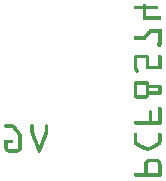
<source format=gbo>
G04 MADE WITH FRITZING*
G04 WWW.FRITZING.ORG*
G04 SINGLE SIDED*
G04 HOLES NOT PLATED*
G04 CONTOUR ON CENTER OF CONTOUR VECTOR*
%ASAXBY*%
%FSLAX23Y23*%
%MOIN*%
%OFA0B0*%
%SFA1.0B1.0*%
%ADD10R,0.001000X0.001000*%
%LNSILK0*%
G90*
G70*
G54D10*
X687Y705D02*
X691Y705D01*
X686Y704D02*
X692Y704D01*
X685Y703D02*
X693Y703D01*
X684Y702D02*
X694Y702D01*
X684Y701D02*
X694Y701D01*
X684Y700D02*
X695Y700D01*
X657Y699D02*
X732Y699D01*
X655Y698D02*
X733Y698D01*
X654Y697D02*
X734Y697D01*
X654Y696D02*
X735Y696D01*
X653Y695D02*
X735Y695D01*
X653Y694D02*
X735Y694D01*
X653Y693D02*
X735Y693D01*
X653Y692D02*
X735Y692D01*
X653Y691D02*
X735Y691D01*
X654Y690D02*
X734Y690D01*
X655Y689D02*
X733Y689D01*
X656Y688D02*
X732Y688D01*
X683Y687D02*
X695Y687D01*
X683Y686D02*
X695Y686D01*
X683Y685D02*
X695Y685D01*
X683Y684D02*
X695Y684D01*
X683Y683D02*
X695Y683D01*
X683Y682D02*
X695Y682D01*
X683Y681D02*
X695Y681D01*
X683Y680D02*
X695Y680D01*
X683Y679D02*
X695Y679D01*
X683Y678D02*
X695Y678D01*
X683Y677D02*
X695Y677D01*
X683Y676D02*
X695Y676D01*
X683Y675D02*
X695Y675D01*
X683Y674D02*
X695Y674D01*
X683Y673D02*
X695Y673D01*
X683Y672D02*
X695Y672D01*
X683Y671D02*
X695Y671D01*
X683Y670D02*
X695Y670D01*
X683Y669D02*
X695Y669D01*
X683Y668D02*
X695Y668D01*
X683Y667D02*
X695Y667D01*
X683Y666D02*
X695Y666D01*
X683Y665D02*
X695Y665D01*
X683Y664D02*
X695Y664D01*
X683Y663D02*
X742Y663D01*
X683Y662D02*
X744Y662D01*
X683Y661D02*
X744Y661D01*
X683Y660D02*
X745Y660D01*
X683Y659D02*
X745Y659D01*
X683Y658D02*
X746Y658D01*
X683Y657D02*
X745Y657D01*
X683Y656D02*
X745Y656D01*
X683Y655D02*
X745Y655D01*
X683Y654D02*
X744Y654D01*
X683Y653D02*
X743Y653D01*
X684Y652D02*
X742Y652D01*
X710Y622D02*
X745Y622D01*
X707Y621D02*
X746Y621D01*
X705Y620D02*
X746Y620D01*
X705Y619D02*
X746Y619D01*
X704Y618D02*
X746Y618D01*
X703Y617D02*
X746Y617D01*
X702Y616D02*
X746Y616D01*
X701Y615D02*
X746Y615D01*
X700Y614D02*
X746Y614D01*
X699Y613D02*
X746Y613D01*
X699Y612D02*
X746Y612D01*
X698Y611D02*
X746Y611D01*
X697Y610D02*
X746Y610D01*
X696Y609D02*
X711Y609D01*
X734Y609D02*
X746Y609D01*
X695Y608D02*
X710Y608D01*
X734Y608D02*
X746Y608D01*
X694Y607D02*
X709Y607D01*
X734Y607D02*
X746Y607D01*
X693Y606D02*
X708Y606D01*
X734Y606D02*
X746Y606D01*
X693Y605D02*
X708Y605D01*
X734Y605D02*
X746Y605D01*
X692Y604D02*
X707Y604D01*
X734Y604D02*
X746Y604D01*
X691Y603D02*
X706Y603D01*
X734Y603D02*
X746Y603D01*
X690Y602D02*
X705Y602D01*
X734Y602D02*
X746Y602D01*
X689Y601D02*
X704Y601D01*
X734Y601D02*
X746Y601D01*
X688Y600D02*
X703Y600D01*
X734Y600D02*
X746Y600D01*
X687Y599D02*
X702Y599D01*
X734Y599D02*
X746Y599D01*
X658Y598D02*
X702Y598D01*
X734Y598D02*
X746Y598D01*
X656Y597D02*
X701Y597D01*
X734Y597D02*
X746Y597D01*
X654Y596D02*
X700Y596D01*
X734Y596D02*
X746Y596D01*
X654Y595D02*
X699Y595D01*
X734Y595D02*
X746Y595D01*
X653Y594D02*
X698Y594D01*
X734Y594D02*
X746Y594D01*
X653Y593D02*
X697Y593D01*
X734Y593D02*
X746Y593D01*
X653Y592D02*
X696Y592D01*
X734Y592D02*
X746Y592D01*
X653Y591D02*
X696Y591D01*
X734Y591D02*
X746Y591D01*
X653Y590D02*
X695Y590D01*
X734Y590D02*
X746Y590D01*
X654Y589D02*
X694Y589D01*
X734Y589D02*
X746Y589D01*
X655Y588D02*
X693Y588D01*
X734Y588D02*
X746Y588D01*
X656Y587D02*
X692Y587D01*
X734Y587D02*
X746Y587D01*
X659Y586D02*
X689Y586D01*
X734Y586D02*
X746Y586D01*
X734Y585D02*
X746Y585D01*
X734Y584D02*
X746Y584D01*
X734Y583D02*
X746Y583D01*
X734Y582D02*
X746Y582D01*
X734Y581D02*
X746Y581D01*
X734Y580D02*
X746Y580D01*
X734Y579D02*
X746Y579D01*
X734Y578D02*
X746Y578D01*
X734Y577D02*
X746Y577D01*
X734Y576D02*
X746Y576D01*
X734Y575D02*
X746Y575D01*
X734Y574D02*
X746Y574D01*
X732Y573D02*
X746Y573D01*
X731Y572D02*
X746Y572D01*
X730Y571D02*
X746Y571D01*
X730Y570D02*
X746Y570D01*
X730Y569D02*
X746Y569D01*
X729Y568D02*
X746Y568D01*
X730Y567D02*
X745Y567D01*
X730Y566D02*
X745Y566D01*
X730Y565D02*
X745Y565D01*
X731Y564D02*
X744Y564D01*
X733Y563D02*
X742Y563D01*
X662Y535D02*
X696Y535D01*
X738Y535D02*
X742Y535D01*
X659Y534D02*
X698Y534D01*
X737Y534D02*
X743Y534D01*
X658Y533D02*
X700Y533D01*
X736Y533D02*
X744Y533D01*
X657Y532D02*
X701Y532D01*
X735Y532D02*
X745Y532D01*
X656Y531D02*
X702Y531D01*
X735Y531D02*
X745Y531D01*
X655Y530D02*
X703Y530D01*
X734Y530D02*
X746Y530D01*
X654Y529D02*
X703Y529D01*
X734Y529D02*
X746Y529D01*
X654Y528D02*
X704Y528D01*
X734Y528D02*
X746Y528D01*
X653Y527D02*
X704Y527D01*
X734Y527D02*
X746Y527D01*
X653Y526D02*
X705Y526D01*
X734Y526D02*
X746Y526D01*
X653Y525D02*
X705Y525D01*
X734Y525D02*
X746Y525D01*
X653Y524D02*
X705Y524D01*
X734Y524D02*
X746Y524D01*
X653Y523D02*
X664Y523D01*
X694Y523D02*
X705Y523D01*
X734Y523D02*
X746Y523D01*
X653Y522D02*
X664Y522D01*
X694Y522D02*
X705Y522D01*
X734Y522D02*
X746Y522D01*
X653Y521D02*
X664Y521D01*
X694Y521D02*
X705Y521D01*
X734Y521D02*
X746Y521D01*
X653Y520D02*
X664Y520D01*
X694Y520D02*
X705Y520D01*
X734Y520D02*
X746Y520D01*
X653Y519D02*
X664Y519D01*
X694Y519D02*
X705Y519D01*
X734Y519D02*
X746Y519D01*
X653Y518D02*
X664Y518D01*
X694Y518D02*
X705Y518D01*
X734Y518D02*
X746Y518D01*
X653Y517D02*
X664Y517D01*
X694Y517D02*
X705Y517D01*
X734Y517D02*
X746Y517D01*
X653Y516D02*
X664Y516D01*
X694Y516D02*
X705Y516D01*
X734Y516D02*
X746Y516D01*
X653Y515D02*
X664Y515D01*
X694Y515D02*
X705Y515D01*
X734Y515D02*
X746Y515D01*
X653Y514D02*
X664Y514D01*
X694Y514D02*
X705Y514D01*
X734Y514D02*
X746Y514D01*
X653Y513D02*
X664Y513D01*
X694Y513D02*
X705Y513D01*
X734Y513D02*
X746Y513D01*
X653Y512D02*
X664Y512D01*
X694Y512D02*
X705Y512D01*
X734Y512D02*
X746Y512D01*
X653Y511D02*
X664Y511D01*
X694Y511D02*
X705Y511D01*
X734Y511D02*
X746Y511D01*
X653Y510D02*
X664Y510D01*
X694Y510D02*
X705Y510D01*
X734Y510D02*
X746Y510D01*
X653Y509D02*
X664Y509D01*
X694Y509D02*
X705Y509D01*
X734Y509D02*
X746Y509D01*
X653Y508D02*
X664Y508D01*
X694Y508D02*
X705Y508D01*
X734Y508D02*
X746Y508D01*
X653Y507D02*
X664Y507D01*
X694Y507D02*
X705Y507D01*
X734Y507D02*
X746Y507D01*
X653Y506D02*
X664Y506D01*
X694Y506D02*
X705Y506D01*
X734Y506D02*
X746Y506D01*
X653Y505D02*
X664Y505D01*
X694Y505D02*
X705Y505D01*
X734Y505D02*
X746Y505D01*
X653Y504D02*
X664Y504D01*
X694Y504D02*
X705Y504D01*
X734Y504D02*
X746Y504D01*
X653Y503D02*
X664Y503D01*
X694Y503D02*
X705Y503D01*
X734Y503D02*
X746Y503D01*
X653Y502D02*
X664Y502D01*
X694Y502D02*
X705Y502D01*
X734Y502D02*
X746Y502D01*
X653Y501D02*
X664Y501D01*
X694Y501D02*
X705Y501D01*
X734Y501D02*
X746Y501D01*
X653Y500D02*
X664Y500D01*
X694Y500D02*
X705Y500D01*
X734Y500D02*
X746Y500D01*
X653Y499D02*
X664Y499D01*
X694Y499D02*
X746Y499D01*
X653Y498D02*
X664Y498D01*
X694Y498D02*
X746Y498D01*
X653Y497D02*
X664Y497D01*
X694Y497D02*
X746Y497D01*
X653Y496D02*
X664Y496D01*
X694Y496D02*
X746Y496D01*
X653Y495D02*
X664Y495D01*
X694Y495D02*
X746Y495D01*
X653Y494D02*
X664Y494D01*
X694Y494D02*
X746Y494D01*
X653Y493D02*
X665Y493D01*
X694Y493D02*
X746Y493D01*
X653Y492D02*
X665Y492D01*
X694Y492D02*
X746Y492D01*
X654Y491D02*
X666Y491D01*
X694Y491D02*
X746Y491D01*
X654Y490D02*
X666Y490D01*
X694Y490D02*
X746Y490D01*
X654Y489D02*
X667Y489D01*
X694Y489D02*
X746Y489D01*
X654Y488D02*
X667Y488D01*
X694Y488D02*
X746Y488D01*
X655Y487D02*
X667Y487D01*
X655Y486D02*
X668Y486D01*
X656Y485D02*
X668Y485D01*
X656Y484D02*
X669Y484D01*
X657Y483D02*
X669Y483D01*
X657Y482D02*
X669Y482D01*
X658Y481D02*
X669Y481D01*
X658Y480D02*
X669Y480D01*
X659Y479D02*
X668Y479D01*
X659Y478D02*
X668Y478D01*
X660Y477D02*
X667Y477D01*
X662Y476D02*
X665Y476D01*
X665Y449D02*
X693Y449D01*
X660Y448D02*
X697Y448D01*
X658Y447D02*
X699Y447D01*
X657Y446D02*
X700Y446D01*
X656Y445D02*
X701Y445D01*
X655Y444D02*
X702Y444D01*
X655Y443D02*
X703Y443D01*
X654Y442D02*
X704Y442D01*
X654Y441D02*
X704Y441D01*
X653Y440D02*
X704Y440D01*
X653Y439D02*
X705Y439D01*
X653Y438D02*
X705Y438D01*
X653Y437D02*
X705Y437D01*
X653Y436D02*
X664Y436D01*
X694Y436D02*
X743Y436D01*
X653Y435D02*
X664Y435D01*
X694Y435D02*
X744Y435D01*
X653Y434D02*
X664Y434D01*
X694Y434D02*
X745Y434D01*
X653Y433D02*
X664Y433D01*
X694Y433D02*
X745Y433D01*
X653Y432D02*
X664Y432D01*
X694Y432D02*
X745Y432D01*
X653Y431D02*
X664Y431D01*
X694Y431D02*
X746Y431D01*
X653Y430D02*
X664Y430D01*
X694Y430D02*
X746Y430D01*
X653Y429D02*
X664Y429D01*
X694Y429D02*
X746Y429D01*
X653Y428D02*
X664Y428D01*
X694Y428D02*
X746Y428D01*
X653Y427D02*
X664Y427D01*
X694Y427D02*
X746Y427D01*
X653Y426D02*
X664Y426D01*
X694Y426D02*
X746Y426D01*
X653Y425D02*
X664Y425D01*
X694Y425D02*
X746Y425D01*
X653Y424D02*
X664Y424D01*
X694Y424D02*
X705Y424D01*
X734Y424D02*
X746Y424D01*
X653Y423D02*
X664Y423D01*
X694Y423D02*
X705Y423D01*
X734Y423D02*
X746Y423D01*
X653Y422D02*
X664Y422D01*
X694Y422D02*
X705Y422D01*
X734Y422D02*
X746Y422D01*
X653Y421D02*
X664Y421D01*
X694Y421D02*
X705Y421D01*
X734Y421D02*
X746Y421D01*
X653Y420D02*
X664Y420D01*
X694Y420D02*
X705Y420D01*
X734Y420D02*
X746Y420D01*
X653Y419D02*
X664Y419D01*
X694Y419D02*
X705Y419D01*
X734Y419D02*
X746Y419D01*
X653Y418D02*
X664Y418D01*
X694Y418D02*
X705Y418D01*
X734Y418D02*
X746Y418D01*
X653Y417D02*
X664Y417D01*
X694Y417D02*
X705Y417D01*
X734Y417D02*
X746Y417D01*
X653Y416D02*
X664Y416D01*
X694Y416D02*
X705Y416D01*
X734Y416D02*
X746Y416D01*
X653Y415D02*
X664Y415D01*
X694Y415D02*
X705Y415D01*
X734Y415D02*
X746Y415D01*
X653Y414D02*
X664Y414D01*
X694Y414D02*
X705Y414D01*
X734Y414D02*
X746Y414D01*
X653Y413D02*
X664Y413D01*
X694Y413D02*
X746Y413D01*
X653Y412D02*
X664Y412D01*
X694Y412D02*
X746Y412D01*
X653Y411D02*
X664Y411D01*
X694Y411D02*
X746Y411D01*
X653Y410D02*
X664Y410D01*
X694Y410D02*
X746Y410D01*
X653Y409D02*
X664Y409D01*
X694Y409D02*
X746Y409D01*
X653Y408D02*
X664Y408D01*
X694Y408D02*
X746Y408D01*
X653Y407D02*
X664Y407D01*
X694Y407D02*
X746Y407D01*
X653Y406D02*
X664Y406D01*
X694Y406D02*
X745Y406D01*
X653Y405D02*
X664Y405D01*
X694Y405D02*
X745Y405D01*
X653Y404D02*
X664Y404D01*
X694Y404D02*
X745Y404D01*
X653Y403D02*
X664Y403D01*
X694Y403D02*
X744Y403D01*
X653Y402D02*
X664Y402D01*
X694Y402D02*
X742Y402D01*
X653Y401D02*
X705Y401D01*
X653Y400D02*
X705Y400D01*
X653Y399D02*
X705Y399D01*
X653Y398D02*
X704Y398D01*
X654Y397D02*
X704Y397D01*
X654Y396D02*
X704Y396D01*
X655Y395D02*
X703Y395D01*
X655Y394D02*
X702Y394D01*
X656Y393D02*
X701Y393D01*
X657Y392D02*
X700Y392D01*
X659Y391D02*
X699Y391D01*
X661Y390D02*
X697Y390D01*
X738Y362D02*
X742Y362D01*
X737Y361D02*
X743Y361D01*
X736Y360D02*
X744Y360D01*
X735Y359D02*
X745Y359D01*
X735Y358D02*
X745Y358D01*
X734Y357D02*
X746Y357D01*
X734Y356D02*
X746Y356D01*
X734Y355D02*
X746Y355D01*
X734Y354D02*
X746Y354D01*
X734Y353D02*
X746Y353D01*
X734Y352D02*
X746Y352D01*
X734Y351D02*
X746Y351D01*
X707Y350D02*
X711Y350D01*
X734Y350D02*
X746Y350D01*
X706Y349D02*
X713Y349D01*
X734Y349D02*
X746Y349D01*
X705Y348D02*
X714Y348D01*
X734Y348D02*
X746Y348D01*
X704Y347D02*
X714Y347D01*
X734Y347D02*
X746Y347D01*
X704Y346D02*
X715Y346D01*
X734Y346D02*
X746Y346D01*
X704Y345D02*
X715Y345D01*
X734Y345D02*
X746Y345D01*
X704Y344D02*
X715Y344D01*
X734Y344D02*
X746Y344D01*
X704Y343D02*
X715Y343D01*
X734Y343D02*
X746Y343D01*
X704Y342D02*
X715Y342D01*
X734Y342D02*
X746Y342D01*
X704Y341D02*
X715Y341D01*
X734Y341D02*
X746Y341D01*
X704Y340D02*
X715Y340D01*
X734Y340D02*
X746Y340D01*
X704Y339D02*
X715Y339D01*
X734Y339D02*
X746Y339D01*
X704Y338D02*
X715Y338D01*
X734Y338D02*
X746Y338D01*
X704Y337D02*
X715Y337D01*
X734Y337D02*
X746Y337D01*
X704Y336D02*
X715Y336D01*
X734Y336D02*
X746Y336D01*
X704Y335D02*
X715Y335D01*
X734Y335D02*
X746Y335D01*
X704Y334D02*
X715Y334D01*
X734Y334D02*
X746Y334D01*
X704Y333D02*
X715Y333D01*
X734Y333D02*
X746Y333D01*
X704Y332D02*
X715Y332D01*
X734Y332D02*
X746Y332D01*
X704Y331D02*
X715Y331D01*
X734Y331D02*
X746Y331D01*
X704Y330D02*
X715Y330D01*
X734Y330D02*
X746Y330D01*
X704Y329D02*
X715Y329D01*
X734Y329D02*
X746Y329D01*
X704Y328D02*
X715Y328D01*
X734Y328D02*
X746Y328D01*
X704Y327D02*
X715Y327D01*
X734Y327D02*
X746Y327D01*
X704Y326D02*
X715Y326D01*
X734Y326D02*
X746Y326D01*
X704Y325D02*
X715Y325D01*
X734Y325D02*
X746Y325D01*
X704Y324D02*
X715Y324D01*
X734Y324D02*
X746Y324D01*
X704Y323D02*
X715Y323D01*
X734Y323D02*
X746Y323D01*
X704Y322D02*
X715Y322D01*
X734Y322D02*
X746Y322D01*
X704Y321D02*
X715Y321D01*
X734Y321D02*
X746Y321D01*
X704Y320D02*
X715Y320D01*
X734Y320D02*
X746Y320D01*
X704Y319D02*
X715Y319D01*
X734Y319D02*
X746Y319D01*
X704Y318D02*
X715Y318D01*
X734Y318D02*
X746Y318D01*
X704Y317D02*
X715Y317D01*
X734Y317D02*
X746Y317D01*
X704Y316D02*
X715Y316D01*
X734Y316D02*
X746Y316D01*
X703Y315D02*
X715Y315D01*
X734Y315D02*
X746Y315D01*
X656Y314D02*
X746Y314D01*
X655Y313D02*
X746Y313D01*
X654Y312D02*
X746Y312D01*
X653Y311D02*
X746Y311D01*
X653Y310D02*
X746Y310D01*
X653Y309D02*
X746Y309D01*
X653Y308D02*
X746Y308D01*
X653Y307D02*
X746Y307D01*
X654Y306D02*
X746Y306D01*
X654Y305D02*
X746Y305D01*
X228Y304D02*
X244Y304D01*
X655Y304D02*
X746Y304D01*
X224Y303D02*
X251Y303D01*
X312Y303D02*
X317Y303D01*
X360Y303D02*
X365Y303D01*
X657Y303D02*
X745Y303D01*
X223Y302D02*
X253Y302D01*
X310Y302D02*
X318Y302D01*
X358Y302D02*
X366Y302D01*
X222Y301D02*
X255Y301D01*
X310Y301D02*
X319Y301D01*
X358Y301D02*
X367Y301D01*
X222Y300D02*
X256Y300D01*
X309Y300D02*
X319Y300D01*
X357Y300D02*
X367Y300D01*
X221Y299D02*
X257Y299D01*
X309Y299D02*
X320Y299D01*
X357Y299D02*
X368Y299D01*
X221Y298D02*
X258Y298D01*
X309Y298D02*
X320Y298D01*
X357Y298D02*
X368Y298D01*
X221Y297D02*
X259Y297D01*
X309Y297D02*
X320Y297D01*
X357Y297D02*
X368Y297D01*
X222Y296D02*
X260Y296D01*
X309Y296D02*
X320Y296D01*
X357Y296D02*
X368Y296D01*
X222Y295D02*
X261Y295D01*
X309Y295D02*
X320Y295D01*
X357Y295D02*
X368Y295D01*
X223Y294D02*
X261Y294D01*
X309Y294D02*
X320Y294D01*
X357Y294D02*
X368Y294D01*
X224Y293D02*
X262Y293D01*
X309Y293D02*
X320Y293D01*
X357Y293D02*
X368Y293D01*
X226Y292D02*
X263Y292D01*
X309Y292D02*
X320Y292D01*
X357Y292D02*
X368Y292D01*
X249Y291D02*
X264Y291D01*
X309Y291D02*
X320Y291D01*
X357Y291D02*
X368Y291D01*
X250Y290D02*
X265Y290D01*
X309Y290D02*
X320Y290D01*
X357Y290D02*
X368Y290D01*
X251Y289D02*
X265Y289D01*
X309Y289D02*
X320Y289D01*
X357Y289D02*
X368Y289D01*
X251Y288D02*
X266Y288D01*
X309Y288D02*
X320Y288D01*
X357Y288D02*
X368Y288D01*
X252Y287D02*
X267Y287D01*
X309Y287D02*
X320Y287D01*
X357Y287D02*
X368Y287D01*
X253Y286D02*
X268Y286D01*
X309Y286D02*
X320Y286D01*
X357Y286D02*
X368Y286D01*
X254Y285D02*
X268Y285D01*
X309Y285D02*
X320Y285D01*
X357Y285D02*
X368Y285D01*
X255Y284D02*
X269Y284D01*
X309Y284D02*
X320Y284D01*
X357Y284D02*
X368Y284D01*
X255Y283D02*
X270Y283D01*
X309Y283D02*
X320Y283D01*
X357Y283D02*
X368Y283D01*
X256Y282D02*
X271Y282D01*
X309Y282D02*
X320Y282D01*
X357Y282D02*
X368Y282D01*
X257Y281D02*
X271Y281D01*
X309Y281D02*
X320Y281D01*
X357Y281D02*
X368Y281D01*
X258Y280D02*
X272Y280D01*
X309Y280D02*
X320Y280D01*
X357Y280D02*
X368Y280D01*
X259Y279D02*
X273Y279D01*
X309Y279D02*
X320Y279D01*
X357Y279D02*
X368Y279D01*
X259Y278D02*
X274Y278D01*
X309Y278D02*
X320Y278D01*
X356Y278D02*
X368Y278D01*
X260Y277D02*
X275Y277D01*
X309Y277D02*
X320Y277D01*
X356Y277D02*
X368Y277D01*
X261Y276D02*
X275Y276D01*
X309Y276D02*
X321Y276D01*
X356Y276D02*
X368Y276D01*
X658Y276D02*
X659Y276D01*
X740Y276D02*
X740Y276D01*
X262Y275D02*
X276Y275D01*
X309Y275D02*
X321Y275D01*
X355Y275D02*
X367Y275D01*
X656Y275D02*
X661Y275D01*
X737Y275D02*
X743Y275D01*
X262Y274D02*
X277Y274D01*
X309Y274D02*
X322Y274D01*
X355Y274D02*
X367Y274D01*
X654Y274D02*
X662Y274D01*
X736Y274D02*
X744Y274D01*
X263Y273D02*
X277Y273D01*
X310Y273D02*
X322Y273D01*
X354Y273D02*
X367Y273D01*
X654Y273D02*
X663Y273D01*
X735Y273D02*
X745Y273D01*
X264Y272D02*
X278Y272D01*
X310Y272D02*
X322Y272D01*
X354Y272D02*
X366Y272D01*
X653Y272D02*
X664Y272D01*
X735Y272D02*
X745Y272D01*
X265Y271D02*
X278Y271D01*
X311Y271D02*
X323Y271D01*
X354Y271D02*
X366Y271D01*
X653Y271D02*
X664Y271D01*
X735Y271D02*
X745Y271D01*
X266Y270D02*
X279Y270D01*
X311Y270D02*
X323Y270D01*
X353Y270D02*
X366Y270D01*
X653Y270D02*
X664Y270D01*
X734Y270D02*
X746Y270D01*
X266Y269D02*
X279Y269D01*
X311Y269D02*
X323Y269D01*
X353Y269D02*
X365Y269D01*
X653Y269D02*
X664Y269D01*
X734Y269D02*
X746Y269D01*
X267Y268D02*
X280Y268D01*
X312Y268D02*
X324Y268D01*
X353Y268D02*
X365Y268D01*
X653Y268D02*
X664Y268D01*
X734Y268D02*
X746Y268D01*
X268Y267D02*
X280Y267D01*
X312Y267D02*
X324Y267D01*
X352Y267D02*
X364Y267D01*
X653Y267D02*
X664Y267D01*
X734Y267D02*
X746Y267D01*
X268Y266D02*
X280Y266D01*
X313Y266D02*
X325Y266D01*
X352Y266D02*
X364Y266D01*
X653Y266D02*
X664Y266D01*
X734Y266D02*
X746Y266D01*
X269Y265D02*
X280Y265D01*
X313Y265D02*
X325Y265D01*
X351Y265D02*
X364Y265D01*
X653Y265D02*
X664Y265D01*
X734Y265D02*
X746Y265D01*
X269Y264D02*
X280Y264D01*
X313Y264D02*
X325Y264D01*
X351Y264D02*
X363Y264D01*
X653Y264D02*
X664Y264D01*
X734Y264D02*
X746Y264D01*
X269Y263D02*
X280Y263D01*
X314Y263D02*
X326Y263D01*
X351Y263D02*
X363Y263D01*
X653Y263D02*
X664Y263D01*
X734Y263D02*
X746Y263D01*
X269Y262D02*
X281Y262D01*
X314Y262D02*
X326Y262D01*
X350Y262D02*
X362Y262D01*
X653Y262D02*
X664Y262D01*
X734Y262D02*
X746Y262D01*
X269Y261D02*
X281Y261D01*
X314Y261D02*
X327Y261D01*
X350Y261D02*
X362Y261D01*
X653Y261D02*
X664Y261D01*
X734Y261D02*
X746Y261D01*
X269Y260D02*
X281Y260D01*
X315Y260D02*
X327Y260D01*
X349Y260D02*
X362Y260D01*
X653Y260D02*
X664Y260D01*
X734Y260D02*
X746Y260D01*
X269Y259D02*
X281Y259D01*
X315Y259D02*
X327Y259D01*
X349Y259D02*
X361Y259D01*
X653Y259D02*
X664Y259D01*
X734Y259D02*
X746Y259D01*
X269Y258D02*
X281Y258D01*
X316Y258D02*
X328Y258D01*
X349Y258D02*
X361Y258D01*
X653Y258D02*
X664Y258D01*
X734Y258D02*
X746Y258D01*
X269Y257D02*
X281Y257D01*
X316Y257D02*
X328Y257D01*
X348Y257D02*
X360Y257D01*
X653Y257D02*
X664Y257D01*
X734Y257D02*
X746Y257D01*
X269Y256D02*
X281Y256D01*
X316Y256D02*
X329Y256D01*
X348Y256D02*
X360Y256D01*
X653Y256D02*
X664Y256D01*
X734Y256D02*
X746Y256D01*
X269Y255D02*
X281Y255D01*
X317Y255D02*
X329Y255D01*
X347Y255D02*
X360Y255D01*
X653Y255D02*
X664Y255D01*
X734Y255D02*
X746Y255D01*
X269Y254D02*
X281Y254D01*
X317Y254D02*
X329Y254D01*
X347Y254D02*
X359Y254D01*
X653Y254D02*
X664Y254D01*
X734Y254D02*
X746Y254D01*
X269Y253D02*
X281Y253D01*
X318Y253D02*
X330Y253D01*
X347Y253D02*
X359Y253D01*
X653Y253D02*
X664Y253D01*
X734Y253D02*
X746Y253D01*
X221Y252D02*
X247Y252D01*
X269Y252D02*
X281Y252D01*
X318Y252D02*
X330Y252D01*
X346Y252D02*
X359Y252D01*
X653Y252D02*
X664Y252D01*
X734Y252D02*
X746Y252D01*
X221Y251D02*
X249Y251D01*
X269Y251D02*
X281Y251D01*
X318Y251D02*
X331Y251D01*
X346Y251D02*
X358Y251D01*
X653Y251D02*
X664Y251D01*
X734Y251D02*
X746Y251D01*
X221Y250D02*
X249Y250D01*
X269Y250D02*
X281Y250D01*
X319Y250D02*
X331Y250D01*
X345Y250D02*
X358Y250D01*
X653Y250D02*
X664Y250D01*
X734Y250D02*
X746Y250D01*
X221Y249D02*
X250Y249D01*
X269Y249D02*
X281Y249D01*
X319Y249D02*
X331Y249D01*
X345Y249D02*
X357Y249D01*
X653Y249D02*
X664Y249D01*
X734Y249D02*
X746Y249D01*
X221Y248D02*
X250Y248D01*
X269Y248D02*
X281Y248D01*
X320Y248D02*
X332Y248D01*
X345Y248D02*
X357Y248D01*
X653Y248D02*
X664Y248D01*
X734Y248D02*
X746Y248D01*
X221Y247D02*
X251Y247D01*
X269Y247D02*
X281Y247D01*
X320Y247D02*
X332Y247D01*
X344Y247D02*
X357Y247D01*
X653Y247D02*
X664Y247D01*
X734Y247D02*
X746Y247D01*
X221Y246D02*
X251Y246D01*
X269Y246D02*
X281Y246D01*
X320Y246D02*
X332Y246D01*
X344Y246D02*
X356Y246D01*
X653Y246D02*
X664Y246D01*
X734Y246D02*
X745Y246D01*
X221Y245D02*
X250Y245D01*
X269Y245D02*
X281Y245D01*
X321Y245D02*
X333Y245D01*
X344Y245D02*
X356Y245D01*
X653Y245D02*
X665Y245D01*
X734Y245D02*
X745Y245D01*
X221Y244D02*
X250Y244D01*
X269Y244D02*
X281Y244D01*
X321Y244D02*
X333Y244D01*
X343Y244D02*
X355Y244D01*
X653Y244D02*
X665Y244D01*
X733Y244D02*
X745Y244D01*
X221Y243D02*
X249Y243D01*
X269Y243D02*
X281Y243D01*
X321Y243D02*
X334Y243D01*
X343Y243D02*
X355Y243D01*
X653Y243D02*
X666Y243D01*
X732Y243D02*
X745Y243D01*
X221Y242D02*
X249Y242D01*
X269Y242D02*
X281Y242D01*
X322Y242D02*
X334Y242D01*
X342Y242D02*
X355Y242D01*
X654Y242D02*
X668Y242D01*
X730Y242D02*
X745Y242D01*
X221Y241D02*
X247Y241D01*
X269Y241D02*
X281Y241D01*
X322Y241D02*
X334Y241D01*
X342Y241D02*
X354Y241D01*
X654Y241D02*
X670Y241D01*
X728Y241D02*
X744Y241D01*
X221Y240D02*
X233Y240D01*
X269Y240D02*
X281Y240D01*
X323Y240D02*
X335Y240D01*
X342Y240D02*
X354Y240D01*
X655Y240D02*
X672Y240D01*
X726Y240D02*
X744Y240D01*
X221Y239D02*
X233Y239D01*
X269Y239D02*
X281Y239D01*
X323Y239D02*
X335Y239D01*
X341Y239D02*
X353Y239D01*
X655Y239D02*
X674Y239D01*
X724Y239D02*
X743Y239D01*
X221Y238D02*
X233Y238D01*
X269Y238D02*
X281Y238D01*
X323Y238D02*
X336Y238D01*
X341Y238D02*
X353Y238D01*
X656Y238D02*
X676Y238D01*
X723Y238D02*
X743Y238D01*
X221Y237D02*
X233Y237D01*
X269Y237D02*
X281Y237D01*
X324Y237D02*
X336Y237D01*
X340Y237D02*
X353Y237D01*
X656Y237D02*
X678Y237D01*
X721Y237D02*
X742Y237D01*
X221Y236D02*
X233Y236D01*
X269Y236D02*
X281Y236D01*
X324Y236D02*
X336Y236D01*
X340Y236D02*
X352Y236D01*
X657Y236D02*
X680Y236D01*
X719Y236D02*
X742Y236D01*
X221Y235D02*
X233Y235D01*
X269Y235D02*
X281Y235D01*
X325Y235D02*
X337Y235D01*
X340Y235D02*
X352Y235D01*
X658Y235D02*
X682Y235D01*
X717Y235D02*
X741Y235D01*
X221Y234D02*
X233Y234D01*
X269Y234D02*
X281Y234D01*
X325Y234D02*
X337Y234D01*
X339Y234D02*
X352Y234D01*
X659Y234D02*
X684Y234D01*
X715Y234D02*
X740Y234D01*
X221Y233D02*
X233Y233D01*
X269Y233D02*
X281Y233D01*
X325Y233D02*
X351Y233D01*
X660Y233D02*
X686Y233D01*
X713Y233D02*
X738Y233D01*
X221Y232D02*
X233Y232D01*
X269Y232D02*
X281Y232D01*
X326Y232D02*
X351Y232D01*
X662Y232D02*
X688Y232D01*
X711Y232D02*
X737Y232D01*
X221Y231D02*
X233Y231D01*
X269Y231D02*
X281Y231D01*
X326Y231D02*
X350Y231D01*
X664Y231D02*
X690Y231D01*
X709Y231D02*
X735Y231D01*
X221Y230D02*
X233Y230D01*
X269Y230D02*
X281Y230D01*
X327Y230D02*
X350Y230D01*
X666Y230D02*
X692Y230D01*
X707Y230D02*
X733Y230D01*
X221Y229D02*
X233Y229D01*
X269Y229D02*
X281Y229D01*
X327Y229D02*
X350Y229D01*
X668Y229D02*
X695Y229D01*
X704Y229D02*
X731Y229D01*
X221Y228D02*
X233Y228D01*
X269Y228D02*
X281Y228D01*
X327Y228D02*
X349Y228D01*
X670Y228D02*
X729Y228D01*
X221Y227D02*
X233Y227D01*
X269Y227D02*
X281Y227D01*
X328Y227D02*
X349Y227D01*
X671Y227D02*
X727Y227D01*
X222Y226D02*
X233Y226D01*
X269Y226D02*
X280Y226D01*
X328Y226D02*
X348Y226D01*
X673Y226D02*
X725Y226D01*
X222Y225D02*
X233Y225D01*
X269Y225D02*
X280Y225D01*
X328Y225D02*
X348Y225D01*
X675Y225D02*
X723Y225D01*
X222Y224D02*
X234Y224D01*
X268Y224D02*
X280Y224D01*
X329Y224D02*
X348Y224D01*
X677Y224D02*
X721Y224D01*
X222Y223D02*
X235Y223D01*
X267Y223D02*
X280Y223D01*
X329Y223D02*
X347Y223D01*
X679Y223D02*
X719Y223D01*
X222Y222D02*
X237Y222D01*
X265Y222D02*
X280Y222D01*
X330Y222D02*
X347Y222D01*
X681Y222D02*
X717Y222D01*
X223Y221D02*
X279Y221D01*
X330Y221D02*
X346Y221D01*
X684Y221D02*
X715Y221D01*
X223Y220D02*
X279Y220D01*
X330Y220D02*
X346Y220D01*
X686Y220D02*
X713Y220D01*
X224Y219D02*
X278Y219D01*
X331Y219D02*
X346Y219D01*
X688Y219D02*
X711Y219D01*
X224Y218D02*
X278Y218D01*
X331Y218D02*
X345Y218D01*
X690Y218D02*
X708Y218D01*
X225Y217D02*
X277Y217D01*
X332Y217D02*
X345Y217D01*
X694Y217D02*
X705Y217D01*
X226Y216D02*
X276Y216D01*
X332Y216D02*
X345Y216D01*
X227Y215D02*
X275Y215D01*
X332Y215D02*
X344Y215D01*
X228Y214D02*
X274Y214D01*
X333Y214D02*
X344Y214D01*
X229Y213D02*
X273Y213D01*
X333Y213D02*
X343Y213D01*
X231Y212D02*
X271Y212D01*
X334Y212D02*
X343Y212D01*
X233Y211D02*
X270Y211D01*
X335Y211D02*
X342Y211D01*
X236Y210D02*
X266Y210D01*
X336Y210D02*
X340Y210D01*
X702Y189D02*
X732Y189D01*
X699Y188D02*
X735Y188D01*
X698Y187D02*
X737Y187D01*
X696Y186D02*
X738Y186D01*
X695Y185D02*
X739Y185D01*
X694Y184D02*
X740Y184D01*
X693Y183D02*
X741Y183D01*
X692Y182D02*
X742Y182D01*
X691Y181D02*
X743Y181D01*
X691Y180D02*
X743Y180D01*
X690Y179D02*
X744Y179D01*
X690Y178D02*
X744Y178D01*
X689Y177D02*
X704Y177D01*
X731Y177D02*
X745Y177D01*
X689Y176D02*
X702Y176D01*
X732Y176D02*
X745Y176D01*
X689Y175D02*
X701Y175D01*
X733Y175D02*
X745Y175D01*
X689Y174D02*
X700Y174D01*
X734Y174D02*
X745Y174D01*
X689Y173D02*
X700Y173D01*
X734Y173D02*
X745Y173D01*
X689Y172D02*
X700Y172D01*
X734Y172D02*
X746Y172D01*
X689Y171D02*
X700Y171D01*
X734Y171D02*
X746Y171D01*
X689Y170D02*
X700Y170D01*
X734Y170D02*
X746Y170D01*
X689Y169D02*
X700Y169D01*
X734Y169D02*
X746Y169D01*
X689Y168D02*
X700Y168D01*
X734Y168D02*
X746Y168D01*
X689Y167D02*
X700Y167D01*
X734Y167D02*
X746Y167D01*
X689Y166D02*
X700Y166D01*
X734Y166D02*
X746Y166D01*
X689Y165D02*
X700Y165D01*
X734Y165D02*
X746Y165D01*
X689Y164D02*
X700Y164D01*
X734Y164D02*
X746Y164D01*
X689Y163D02*
X700Y163D01*
X734Y163D02*
X746Y163D01*
X689Y162D02*
X700Y162D01*
X734Y162D02*
X746Y162D01*
X689Y161D02*
X700Y161D01*
X734Y161D02*
X746Y161D01*
X689Y160D02*
X700Y160D01*
X734Y160D02*
X746Y160D01*
X689Y159D02*
X700Y159D01*
X734Y159D02*
X746Y159D01*
X689Y158D02*
X700Y158D01*
X734Y158D02*
X746Y158D01*
X689Y157D02*
X700Y157D01*
X734Y157D02*
X746Y157D01*
X689Y156D02*
X700Y156D01*
X734Y156D02*
X746Y156D01*
X689Y155D02*
X700Y155D01*
X734Y155D02*
X746Y155D01*
X689Y154D02*
X700Y154D01*
X734Y154D02*
X746Y154D01*
X689Y153D02*
X700Y153D01*
X734Y153D02*
X746Y153D01*
X689Y152D02*
X700Y152D01*
X734Y152D02*
X746Y152D01*
X689Y151D02*
X700Y151D01*
X734Y151D02*
X746Y151D01*
X689Y150D02*
X700Y150D01*
X734Y150D02*
X746Y150D01*
X689Y149D02*
X700Y149D01*
X734Y149D02*
X746Y149D01*
X689Y148D02*
X700Y148D01*
X734Y148D02*
X746Y148D01*
X689Y147D02*
X700Y147D01*
X734Y147D02*
X746Y147D01*
X689Y146D02*
X700Y146D01*
X734Y146D02*
X746Y146D01*
X689Y145D02*
X700Y145D01*
X734Y145D02*
X746Y145D01*
X689Y144D02*
X700Y144D01*
X734Y144D02*
X746Y144D01*
X689Y143D02*
X700Y143D01*
X734Y143D02*
X746Y143D01*
X688Y142D02*
X700Y142D01*
X734Y142D02*
X746Y142D01*
X656Y141D02*
X746Y141D01*
X655Y140D02*
X746Y140D01*
X654Y139D02*
X746Y139D01*
X653Y138D02*
X746Y138D01*
X653Y137D02*
X746Y137D01*
X653Y136D02*
X746Y136D01*
X653Y135D02*
X746Y135D01*
X653Y134D02*
X746Y134D01*
X654Y133D02*
X746Y133D01*
X654Y132D02*
X746Y132D01*
X655Y131D02*
X746Y131D01*
X657Y130D02*
X745Y130D01*
D02*
G04 End of Silk0*
M02*
</source>
